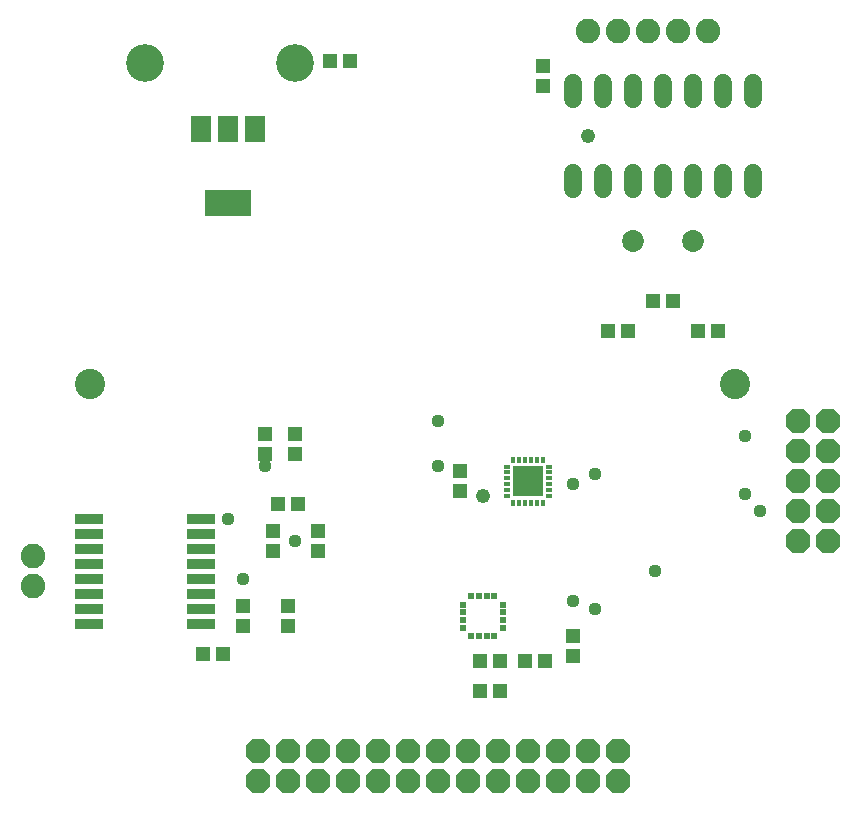
<source format=gts>
G75*
G70*
%OFA0B0*%
%FSLAX24Y24*%
%IPPOS*%
%LPD*%
%AMOC8*
5,1,8,0,0,1.08239X$1,22.5*
%
%ADD10R,0.0966X0.0336*%
%ADD11R,0.0474X0.0513*%
%ADD12R,0.0513X0.0474*%
%ADD13R,0.0986X0.0986*%
%ADD14R,0.0178X0.0237*%
%ADD15R,0.0237X0.0178*%
%ADD16R,0.0198X0.0237*%
%ADD17R,0.0237X0.0198*%
%ADD18C,0.0600*%
%ADD19C,0.0730*%
%ADD20C,0.0820*%
%ADD21OC8,0.0820*%
%ADD22C,0.1009*%
%ADD23C,0.1261*%
%ADD24R,0.0670X0.0870*%
%ADD25R,0.1580X0.0870*%
%ADD26C,0.0437*%
%ADD27C,0.0480*%
D10*
X002980Y006350D03*
X002980Y006850D03*
X002980Y007350D03*
X002980Y007850D03*
X002980Y008350D03*
X002980Y008850D03*
X002980Y009350D03*
X002980Y009850D03*
X006720Y009850D03*
X006720Y009350D03*
X006720Y008850D03*
X006720Y008350D03*
X006720Y007850D03*
X006720Y007350D03*
X006720Y006850D03*
X006720Y006350D03*
D11*
X008100Y006265D03*
X008100Y006935D03*
X009600Y006935D03*
X009600Y006265D03*
X009100Y008765D03*
X009100Y009435D03*
X010600Y009435D03*
X010600Y008765D03*
X009850Y012015D03*
X009850Y012685D03*
X008850Y012685D03*
X008850Y012015D03*
X015350Y011435D03*
X015350Y010765D03*
X019100Y005935D03*
X019100Y005265D03*
X021765Y017100D03*
X022435Y017100D03*
X018100Y024265D03*
X018100Y024935D03*
D12*
X011685Y025100D03*
X011015Y025100D03*
X020265Y016100D03*
X020935Y016100D03*
X023265Y016100D03*
X023935Y016100D03*
X018185Y005100D03*
X017515Y005100D03*
X016685Y005100D03*
X016015Y005100D03*
X016015Y004100D03*
X016685Y004100D03*
X009935Y010350D03*
X009265Y010350D03*
X007435Y005350D03*
X006765Y005350D03*
D13*
X017600Y011100D03*
D14*
X017502Y010391D03*
X017698Y010391D03*
X017895Y010391D03*
X018092Y010391D03*
X017305Y010391D03*
X017108Y010391D03*
X017108Y011809D03*
X017305Y011809D03*
X017502Y011809D03*
X017698Y011809D03*
X017895Y011809D03*
X018092Y011809D03*
D15*
X018309Y011592D03*
X018309Y011395D03*
X018309Y011198D03*
X018309Y011002D03*
X018309Y010805D03*
X018309Y010608D03*
X016891Y010608D03*
X016891Y010805D03*
X016891Y011002D03*
X016891Y011198D03*
X016891Y011395D03*
X016891Y011592D03*
D16*
X016484Y007269D03*
X016228Y007269D03*
X015972Y007269D03*
X015716Y007269D03*
X015716Y005931D03*
X015972Y005931D03*
X016228Y005931D03*
X016484Y005931D03*
D17*
X016769Y006216D03*
X016769Y006472D03*
X016769Y006728D03*
X016769Y006984D03*
X015431Y006984D03*
X015431Y006728D03*
X015431Y006472D03*
X015431Y006216D03*
D18*
X019100Y020840D02*
X019100Y021360D01*
X020100Y021360D02*
X020100Y020840D01*
X021100Y020840D02*
X021100Y021360D01*
X022100Y021360D02*
X022100Y020840D01*
X023100Y020840D02*
X023100Y021360D01*
X024100Y021360D02*
X024100Y020840D01*
X025100Y020840D02*
X025100Y021360D01*
X025100Y023840D02*
X025100Y024360D01*
X024100Y024360D02*
X024100Y023840D01*
X023100Y023840D02*
X023100Y024360D01*
X022100Y024360D02*
X022100Y023840D01*
X021100Y023840D02*
X021100Y024360D01*
X020100Y024360D02*
X020100Y023840D01*
X019100Y023840D02*
X019100Y024360D01*
D19*
X021100Y019100D03*
X023100Y019100D03*
D20*
X022600Y026100D03*
X021600Y026100D03*
X020600Y026100D03*
X019600Y026100D03*
X023600Y026100D03*
X001100Y008600D03*
X001100Y007600D03*
D21*
X008600Y002100D03*
X008600Y001100D03*
X009600Y001100D03*
X010600Y001100D03*
X010600Y002100D03*
X009600Y002100D03*
X011600Y002100D03*
X012600Y002100D03*
X012600Y001100D03*
X011600Y001100D03*
X013600Y001100D03*
X014600Y001100D03*
X014600Y002100D03*
X013600Y002100D03*
X015600Y002100D03*
X016600Y002100D03*
X016600Y001100D03*
X015600Y001100D03*
X017600Y001100D03*
X018600Y001100D03*
X018600Y002100D03*
X017600Y002100D03*
X019600Y002100D03*
X020600Y002100D03*
X020600Y001100D03*
X019600Y001100D03*
X026600Y009100D03*
X026600Y010100D03*
X026600Y011100D03*
X026600Y012100D03*
X026600Y013100D03*
X027600Y013100D03*
X027600Y012100D03*
X027600Y011100D03*
X027600Y010100D03*
X027600Y009100D03*
D22*
X024498Y014350D03*
X003002Y014350D03*
D23*
X004824Y025047D03*
X009824Y025047D03*
D24*
X008490Y022840D03*
X007590Y022840D03*
X006690Y022840D03*
D25*
X007600Y020360D03*
D26*
X014600Y013100D03*
X014600Y011600D03*
X014600Y011600D03*
X019100Y011002D03*
X019850Y011350D03*
X021850Y008100D03*
X019850Y006850D03*
X019100Y007100D03*
X024850Y010663D03*
X025350Y010100D03*
X024850Y012600D03*
X009850Y009100D03*
X009850Y009100D03*
X008100Y007850D03*
X007600Y009850D03*
X008850Y011600D03*
D27*
X016100Y010600D03*
X019600Y022600D03*
M02*

</source>
